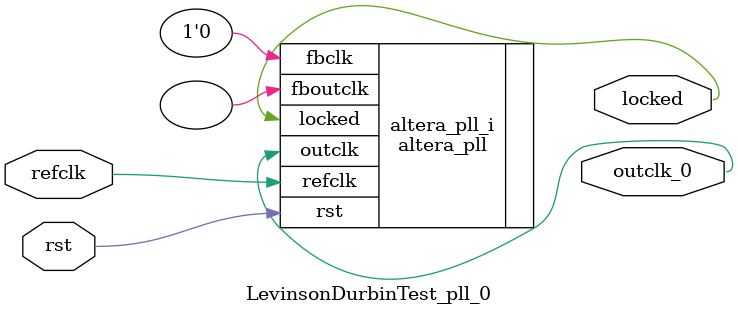
<source format=v>
`timescale 1ns/10ps
module  LevinsonDurbinTest_pll_0(

	// interface 'refclk'
	input wire refclk,

	// interface 'reset'
	input wire rst,

	// interface 'outclk0'
	output wire outclk_0,

	// interface 'locked'
	output wire locked
);

	altera_pll #(
		.fractional_vco_multiplier("false"),
		.reference_clock_frequency("50.0 MHz"),
		.operation_mode("direct"),
		.number_of_clocks(1),
		.output_clock_frequency0("100.000000 MHz"),
		.phase_shift0("0 ps"),
		.duty_cycle0(50),
		.output_clock_frequency1("0 MHz"),
		.phase_shift1("0 ps"),
		.duty_cycle1(50),
		.output_clock_frequency2("0 MHz"),
		.phase_shift2("0 ps"),
		.duty_cycle2(50),
		.output_clock_frequency3("0 MHz"),
		.phase_shift3("0 ps"),
		.duty_cycle3(50),
		.output_clock_frequency4("0 MHz"),
		.phase_shift4("0 ps"),
		.duty_cycle4(50),
		.output_clock_frequency5("0 MHz"),
		.phase_shift5("0 ps"),
		.duty_cycle5(50),
		.output_clock_frequency6("0 MHz"),
		.phase_shift6("0 ps"),
		.duty_cycle6(50),
		.output_clock_frequency7("0 MHz"),
		.phase_shift7("0 ps"),
		.duty_cycle7(50),
		.output_clock_frequency8("0 MHz"),
		.phase_shift8("0 ps"),
		.duty_cycle8(50),
		.output_clock_frequency9("0 MHz"),
		.phase_shift9("0 ps"),
		.duty_cycle9(50),
		.output_clock_frequency10("0 MHz"),
		.phase_shift10("0 ps"),
		.duty_cycle10(50),
		.output_clock_frequency11("0 MHz"),
		.phase_shift11("0 ps"),
		.duty_cycle11(50),
		.output_clock_frequency12("0 MHz"),
		.phase_shift12("0 ps"),
		.duty_cycle12(50),
		.output_clock_frequency13("0 MHz"),
		.phase_shift13("0 ps"),
		.duty_cycle13(50),
		.output_clock_frequency14("0 MHz"),
		.phase_shift14("0 ps"),
		.duty_cycle14(50),
		.output_clock_frequency15("0 MHz"),
		.phase_shift15("0 ps"),
		.duty_cycle15(50),
		.output_clock_frequency16("0 MHz"),
		.phase_shift16("0 ps"),
		.duty_cycle16(50),
		.output_clock_frequency17("0 MHz"),
		.phase_shift17("0 ps"),
		.duty_cycle17(50),
		.pll_type("General"),
		.pll_subtype("General")
	) altera_pll_i (
		.rst	(rst),
		.outclk	({outclk_0}),
		.locked	(locked),
		.fboutclk	( ),
		.fbclk	(1'b0),
		.refclk	(refclk)
	);
endmodule


</source>
